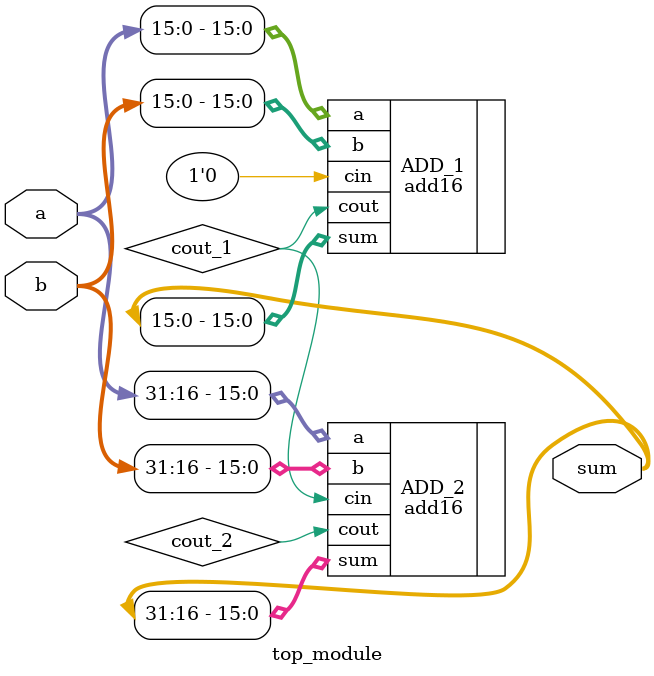
<source format=v>
module top_module(
    input [31:0] a,
    input [31:0] b,
    output [31:0] sum
);
    wire cout_1, cout_2; 
    add16 ADD_1(.a(a[15:0]), .b(b[15:0]), .cin(1'b0), .sum(sum[15:0]), .cout(cout_1));
    add16 ADD_2(.a(a[31:16]), .b(b[31:16]), .cin(cout_1), .sum(sum[31:16]), .cout(cout_2));

endmodule
</source>
